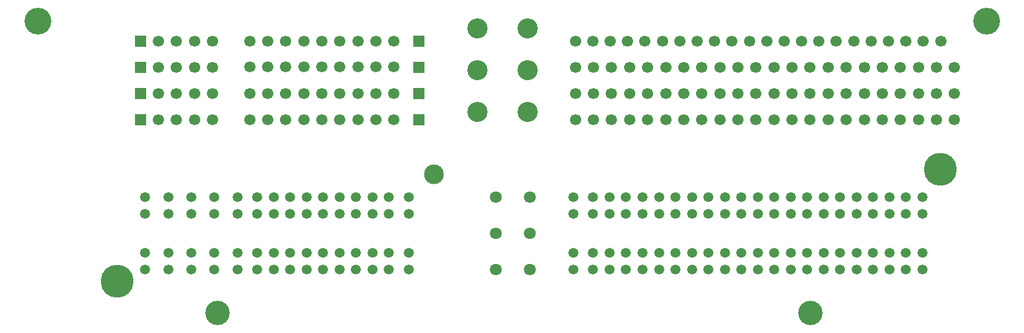
<source format=gts>
G04 #@! TF.GenerationSoftware,KiCad,Pcbnew,7.0.7-7.0.7~ubuntu22.04.1*
G04 #@! TF.CreationDate,2023-08-16T20:22:56+00:00*
G04 #@! TF.ProjectId,284617-1,32383436-3137-42d3-912e-6b696361645f,R0.4*
G04 #@! TF.SameCoordinates,PX47868c0PY8bfd670*
G04 #@! TF.FileFunction,Soldermask,Top*
G04 #@! TF.FilePolarity,Negative*
%FSLAX46Y46*%
G04 Gerber Fmt 4.6, Leading zero omitted, Abs format (unit mm)*
G04 Created by KiCad (PCBNEW 7.0.7-7.0.7~ubuntu22.04.1) date 2023-08-16 20:22:56*
%MOMM*%
%LPD*%
G01*
G04 APERTURE LIST*
%ADD10C,1.700000*%
%ADD11R,1.700000X1.700000*%
%ADD12C,3.064000*%
%ADD13C,4.064000*%
%ADD14C,5.000000*%
%ADD15C,3.700000*%
%ADD16C,3.000000*%
%ADD17C,1.500000*%
%ADD18C,1.800000*%
G04 APERTURE END LIST*
D10*
G04 #@! TO.C,P7*
X35160000Y45790000D03*
X37900000Y45790000D03*
X40640000Y45790000D03*
X43380000Y45790000D03*
X46120000Y45790000D03*
X48860000Y45790000D03*
X51600000Y45790000D03*
X54340000Y45790000D03*
X57080000Y45790000D03*
G04 #@! TD*
G04 #@! TO.C,P9*
X35160000Y41890000D03*
X37900000Y41890000D03*
X40640000Y41890000D03*
X43380000Y41890000D03*
X46120000Y41890000D03*
X48860000Y41890000D03*
X51600000Y41890000D03*
X54340000Y41890000D03*
X57080000Y41890000D03*
G04 #@! TD*
G04 #@! TO.C,P11*
X35160000Y37790000D03*
X37900000Y37790000D03*
X40640000Y37790000D03*
X43380000Y37790000D03*
X46120000Y37790000D03*
X48860000Y37790000D03*
X51600000Y37790000D03*
X54340000Y37790000D03*
X57080000Y37790000D03*
G04 #@! TD*
G04 #@! TO.C,P13*
X35160000Y33790000D03*
X37900000Y33790000D03*
X40640000Y33790000D03*
X43380000Y33790000D03*
X46120000Y33790000D03*
X48860000Y33790000D03*
X51600000Y33790000D03*
X54340000Y33790000D03*
X57080000Y33790000D03*
G04 #@! TD*
D11*
G04 #@! TO.C,P6*
X18580000Y45790000D03*
D10*
X21320000Y45790000D03*
X24060000Y45790000D03*
X26800000Y45790000D03*
X29540000Y45790000D03*
G04 #@! TD*
D11*
G04 #@! TO.C,P8*
X18580000Y41790000D03*
D10*
X21320000Y41790000D03*
X24060000Y41790000D03*
X26800000Y41790000D03*
X29540000Y41790000D03*
G04 #@! TD*
D11*
G04 #@! TO.C,P10*
X18580000Y37790000D03*
D10*
X21320000Y37790000D03*
X24060000Y37790000D03*
X26800000Y37790000D03*
X29540000Y37790000D03*
G04 #@! TD*
D11*
G04 #@! TO.C,P12*
X18580000Y33790000D03*
D10*
X21320000Y33790000D03*
X24060000Y33790000D03*
X26800000Y33790000D03*
X29540000Y33790000D03*
G04 #@! TD*
D12*
G04 #@! TO.C,P18*
X69780000Y47730000D03*
G04 #@! TD*
G04 #@! TO.C,P19*
X77400000Y47730000D03*
G04 #@! TD*
G04 #@! TO.C,P20*
X69780000Y41380000D03*
G04 #@! TD*
G04 #@! TO.C,P21*
X77400000Y41380000D03*
G04 #@! TD*
G04 #@! TO.C,P22*
X69780000Y35030000D03*
G04 #@! TD*
G04 #@! TO.C,P23*
X77400000Y35030000D03*
G04 #@! TD*
D11*
G04 #@! TO.C,P5*
X60890000Y33790000D03*
G04 #@! TD*
G04 #@! TO.C,P4*
X60890000Y37790000D03*
G04 #@! TD*
G04 #@! TO.C,P3*
X60890000Y41790000D03*
G04 #@! TD*
G04 #@! TO.C,P2*
X60890000Y45790000D03*
G04 #@! TD*
D10*
G04 #@! TO.C,P14*
X84620000Y45760000D03*
X87260000Y45760000D03*
X89900000Y45760000D03*
X92540000Y45760000D03*
X95180000Y45760000D03*
X97820000Y45760000D03*
X100460000Y45760000D03*
X103100000Y45760000D03*
X105740000Y45760000D03*
X108380000Y45760000D03*
X111020000Y45760000D03*
X113660000Y45760000D03*
X116300000Y45760000D03*
X118940000Y45760000D03*
X121580000Y45760000D03*
X124220000Y45760000D03*
X126860000Y45760000D03*
X129500000Y45760000D03*
X132140000Y45760000D03*
X134780000Y45760000D03*
X137420000Y45760000D03*
X140060000Y45760000D03*
G04 #@! TD*
G04 #@! TO.C,P17*
X84620000Y33790000D03*
X87360000Y33790000D03*
X90100000Y33790000D03*
X92840000Y33790000D03*
X95580000Y33790000D03*
X98320000Y33790000D03*
X101060000Y33790000D03*
X103800000Y33790000D03*
X106540000Y33790000D03*
X109280000Y33790000D03*
X112020000Y33790000D03*
X114760000Y33790000D03*
X117500000Y33790000D03*
X120240000Y33790000D03*
X122980000Y33790000D03*
X125720000Y33790000D03*
X128460000Y33790000D03*
X131200000Y33790000D03*
X133940000Y33790000D03*
X136680000Y33790000D03*
X139420000Y33790000D03*
X142160000Y33790000D03*
G04 #@! TD*
G04 #@! TO.C,P16*
X84620000Y37760000D03*
X87360000Y37760000D03*
X90100000Y37760000D03*
X92840000Y37760000D03*
X95580000Y37760000D03*
X98320000Y37760000D03*
X101060000Y37760000D03*
X103800000Y37760000D03*
X106540000Y37760000D03*
X109280000Y37760000D03*
X112020000Y37760000D03*
X114760000Y37760000D03*
X117500000Y37760000D03*
X120240000Y37760000D03*
X122980000Y37760000D03*
X125720000Y37760000D03*
X128460000Y37760000D03*
X131200000Y37760000D03*
X133940000Y37760000D03*
X136680000Y37760000D03*
X139420000Y37760000D03*
X142160000Y37760000D03*
G04 #@! TD*
G04 #@! TO.C,P15*
X84620000Y41790000D03*
X87360000Y41790000D03*
X90100000Y41790000D03*
X92840000Y41790000D03*
X95580000Y41790000D03*
X98320000Y41790000D03*
X101060000Y41790000D03*
X103800000Y41790000D03*
X106540000Y41790000D03*
X109280000Y41790000D03*
X112020000Y41790000D03*
X114760000Y41790000D03*
X117500000Y41790000D03*
X120240000Y41790000D03*
X122980000Y41790000D03*
X125720000Y41790000D03*
X128460000Y41790000D03*
X131200000Y41790000D03*
X133940000Y41790000D03*
X136680000Y41790000D03*
X139420000Y41790000D03*
X142160000Y41790000D03*
G04 #@! TD*
D13*
G04 #@! TO.C,P25*
X3000000Y48790000D03*
G04 #@! TD*
G04 #@! TO.C,P24*
X147000000Y48790000D03*
G04 #@! TD*
D14*
G04 #@! TO.C,P1*
X15050000Y9290000D03*
D15*
X30300000Y4440000D03*
D16*
X63100000Y25540000D03*
D15*
X120300000Y4440000D03*
D14*
X140050000Y26290000D03*
D17*
X19300000Y11040000D03*
X22800000Y11040000D03*
X26300000Y11040000D03*
X29800000Y11040000D03*
X33300000Y11040000D03*
X36300000Y11040000D03*
X38800000Y11040000D03*
X41300000Y11040000D03*
X43800000Y11040000D03*
X46300000Y11040000D03*
X48800000Y11040000D03*
X51300000Y11040000D03*
X53800000Y11040000D03*
X56300000Y11040000D03*
X59300000Y11040000D03*
X19300000Y13540000D03*
X22800000Y13540000D03*
X26300000Y13540000D03*
X29800000Y13540000D03*
X33300000Y13540000D03*
X36300000Y13540000D03*
X38800000Y13540000D03*
X41300000Y13540000D03*
X43800000Y13540000D03*
X46300000Y13540000D03*
X48800000Y13540000D03*
X51300000Y13540000D03*
X53800000Y13540000D03*
X56300000Y13540000D03*
X59300000Y13540000D03*
X19300000Y19540000D03*
X22800000Y19540000D03*
X26300000Y19540000D03*
X29800000Y19540000D03*
X33300000Y19540000D03*
X36300000Y19540000D03*
X38800000Y19540000D03*
X41300000Y19540000D03*
X43800000Y19540000D03*
X46300000Y19540000D03*
X48800000Y19540000D03*
X51300000Y19540000D03*
X53800000Y19540000D03*
X56300000Y19540000D03*
X59300000Y19540000D03*
X19300000Y22040000D03*
X22800000Y22040000D03*
X26300000Y22040000D03*
X29800000Y22040000D03*
X33300000Y22040000D03*
X36300000Y22040000D03*
X38800000Y22040000D03*
X41300000Y22040000D03*
X43800000Y22040000D03*
X46300000Y22040000D03*
X48800000Y22040000D03*
X51300000Y22040000D03*
X53800000Y22040000D03*
X56300000Y22040000D03*
X59300000Y22040000D03*
D18*
X72500000Y11040000D03*
X77700000Y11040000D03*
X72500000Y16540000D03*
X77700000Y16540000D03*
X72500000Y22040000D03*
X77700000Y22040000D03*
D17*
X84300000Y11040000D03*
X87300000Y11040000D03*
X89800000Y11040000D03*
X92300000Y11040000D03*
X94800000Y11040000D03*
X97300000Y11040000D03*
X99800000Y11040000D03*
X102300000Y11040000D03*
X104800000Y11040000D03*
X107300000Y11040000D03*
X109800000Y11040000D03*
X112300000Y11040000D03*
X114800000Y11040000D03*
X117300000Y11040000D03*
X119800000Y11040000D03*
X122300000Y11040000D03*
X124800000Y11040000D03*
X127300000Y11040000D03*
X129800000Y11040000D03*
X132300000Y11040000D03*
X134800000Y11040000D03*
X137300000Y11040000D03*
X84300000Y13540000D03*
X87300000Y13540000D03*
X89800000Y13540000D03*
X92300000Y13540000D03*
X94800000Y13540000D03*
X97300000Y13540000D03*
X99800000Y13540000D03*
X102300000Y13540000D03*
X104800000Y13540000D03*
X107300000Y13540000D03*
X109800000Y13540000D03*
X112300000Y13540000D03*
X114800000Y13540000D03*
X117300000Y13540000D03*
X119800000Y13540000D03*
X122300000Y13540000D03*
X124800000Y13540000D03*
X127300000Y13540000D03*
X129800000Y13540000D03*
X132300000Y13540000D03*
X134800000Y13540000D03*
X137300000Y13540000D03*
X84300000Y19540000D03*
X87300000Y19540000D03*
X89800000Y19540000D03*
X92300000Y19540000D03*
X94800000Y19540000D03*
X97300000Y19540000D03*
X99800000Y19540000D03*
X102300000Y19540000D03*
X104800000Y19540000D03*
X107300000Y19540000D03*
X109800000Y19540000D03*
X112300000Y19540000D03*
X114800000Y19540000D03*
X117300000Y19540000D03*
X119800000Y19540000D03*
X122300000Y19540000D03*
X124800000Y19540000D03*
X127300000Y19540000D03*
X129800000Y19540000D03*
X132300000Y19540000D03*
X134800000Y19540000D03*
X137300000Y19540000D03*
X84300000Y22040000D03*
X87300000Y22040000D03*
X89800000Y22040000D03*
X92300000Y22040000D03*
X94800000Y22040000D03*
X97300000Y22040000D03*
X99800000Y22040000D03*
X102300000Y22040000D03*
X104800000Y22040000D03*
X107300000Y22040000D03*
X109800000Y22040000D03*
X112300000Y22040000D03*
X114800000Y22040000D03*
X117300000Y22040000D03*
X119800000Y22040000D03*
X122300000Y22040000D03*
X124800000Y22040000D03*
X127300000Y22040000D03*
X129800000Y22040000D03*
X132300000Y22040000D03*
X134800000Y22040000D03*
X137300000Y22040000D03*
G04 #@! TD*
M02*

</source>
